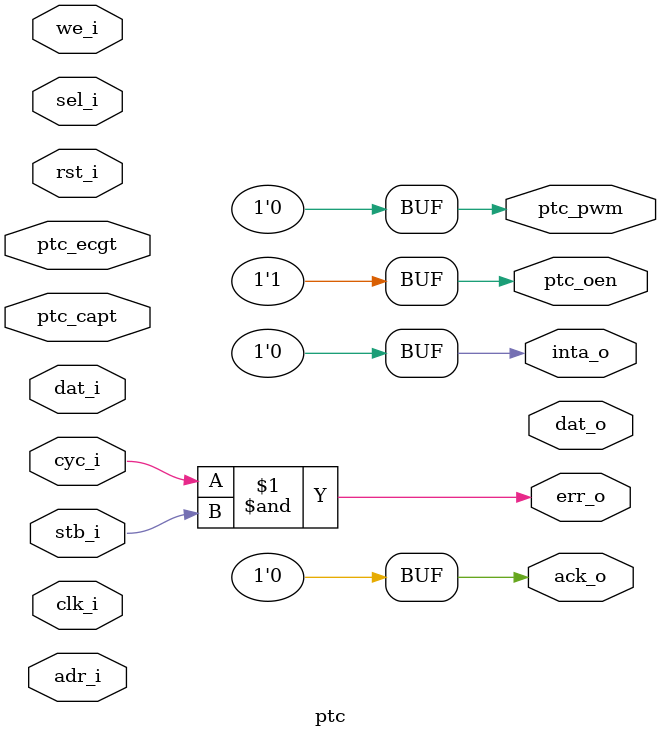
<source format=v>

`include "timescale.vh"
`include "defines.vh"

module ptc(
	// WISHBONE Interface
	clk_i, rst_i, cyc_i, adr_i, dat_i, sel_i, we_i, stb_i,
	dat_o, ack_o, err_o, inta_o,

	// External PTC Interface
	ptc_ecgt, ptc_capt, ptc_pwm, ptc_oen
);

parameter dw = 32;
parameter aw = 16;
parameter cw = 32;

//
// WISHBONE Interface
//
input			clk_i;	// Clock
input			rst_i;	// Reset
input			cyc_i;	// cycle valid input
input 	[aw-1:0]	adr_i;	// address bus inputs
input	[dw-1:0]	dat_i;	// input data bus
input	[3:0]		sel_i;	// byte select inputs
input			we_i;	// indicates write transfer
input			stb_i;	// strobe input
output	[dw-1:0]	dat_o;	// output data bus
output			ack_o;	// normal termination
output			err_o;	// termination w/ error
output			inta_o;	// Interrupt request output

//
// External PTC Interface
//
input		ptc_ecgt;	// EClk/Gate input
input		ptc_capt;	// Capture input
output		ptc_pwm;	// PWM output
output		ptc_oen;	// PWM output driver enable

`ifdef PTC_IMPLEMENTED

//
// PTC Main Counter Register (or no register)
//
`ifdef RPTC_CNTR
reg	[cw-1:0]	rptc_cntr;	// RPTC_CNTR register
`else
wire	[cw-1:0]	rptc_cntr;	// No RPTC_CNTR register
`endif

//
// PTC HI Reference/Capture Register (or no register)
//
`ifdef RPTC_HRC
reg	[cw-1:0]	rptc_hrc;	// RPTC_HRC register
`else
wire	[cw-1:0]	rptc_hrc;	// No RPTC_HRC register
`endif

//
// PTC LO Reference/Capture Register (or no register)
//
`ifdef RPTC_LRC
reg	[cw-1:0]	rptc_lrc;	// RPTC_LRC register
`else
wire	[cw-1:0]	rptc_lrc;	// No RPTC_LRC register
`endif

//
// PTC Control Register (or no register)
//
`ifdef RPTC_CTRL
reg	[8:0]		rptc_ctrl;	// RPTC_CTRL register
`else
wire	[8:0]		rptc_ctrl;	// No RPTC_CTRL register
`endif

//
// Internal wires & regs
//
wire			rptc_cntr_sel;	// RPTC_CNTR select
wire			rptc_hrc_sel;	// RPTC_HRC select
wire			rptc_lrc_sel;	// RPTC_LRC select
wire			rptc_ctrl_sel;	// RPTC_CTRL select
wire			hrc_match;	// RPTC_HRC matches RPTC_CNTR
wire			lrc_match;	// RPTC_LRC matches RPTC_CNTR
wire			restart;	// Restart counter when asserted
wire			stop;		// Stop counter when asserted
wire			cntr_clk;	// Counter clock
wire			cntr_rst;	// Counter reset
wire			hrc_clk;	// RPTC_HRC clock
wire			lrc_clk;	// RPTC_LRC clock
wire			eclk_gate;	// ptc_ecgt xored by RPTC_CTRL[NEC]
wire			gate;		// Gate function of ptc_ecgt
wire			pwm_rst;	// Reset of a PWM output
reg	[dw-1:0]	dat_o;		// Data out
reg			ptc_pwm;	// PWM output
reg			int;		// Interrupt reg
wire			int_match;	// Interrupt match

//
// All WISHBONE transfer terminations are successful
//
assign ack_o = cyc_i & stb_i;
assign err_o = 1'b0;

//
// Counter clock is selected by RPTC_CTRL[ECLK]. When it is set,
// external clock is used.
//
assign cntr_clk = rptc_ctrl[`RPTC_CTRL_ECLK] ? eclk_gate : clk_i;

//
// Counter reset
//
assign cntr_rst = rst_i | restart;

//
// HRC clock is selected by RPTC_CTRL[CAPTE]. When it is set,
// ptc_capt is used as a clock.
//
assign hrc_clk = rptc_ctrl[`RPTC_CTRL_CAPTE] ? ptc_capt : clk_i;

//
// LRC clock is selected by RPTC_CTRL[CAPTE]. When it is set,
// inverted ptc_capt is used as a clock.
//
assign lrc_clk = rptc_ctrl[`RPTC_CTRL_CAPTE] ? ~ptc_capt : clk_i;

//
// PWM output driver enable is inverted RPTC_CTRL[OE]
//
assign ptc_oen = ~rptc_ctrl[`RPTC_CTRL_OE];

//
// Use RPTC_CTRL[NEC]
//
assign eclk_gate = ptc_ecgt ^ rptc_ctrl[`RPTC_CTRL_NEC];

//
// Gate function is active when RPTC_CTRL[ECLK] is cleared
//
assign gate = eclk_gate & ~rptc_ctrl[`RPTC_CTRL_ECLK];

//
// PTC registers address decoder
//
assign rptc_cntr_sel = cyc_i & stb_i & (adr_i[`PTCOFS_BITS] == `RPTC_CNTR);
assign rptc_hrc_sel = cyc_i & stb_i & (adr_i[`PTCOFS_BITS] == `RPTC_HRC);
assign rptc_lrc_sel = cyc_i & stb_i & (adr_i[`PTCOFS_BITS] == `RPTC_LRC);
assign rptc_ctrl_sel = cyc_i & stb_i & (adr_i[`PTCOFS_BITS] == `RPTC_CTRL);

//
// Write to RPTC_CTRL or update of RPTC_CTRL[INT] bit
//
`ifdef RPTC_CTRL
always @(posedge clk_i or posedge rst_i)
	if (rst_i)
		rptc_ctrl <= #1 9'b0;
	else if (rptc_ctrl_sel && we_i)
		rptc_ctrl <= #1 dat_i[8:0];
	else if (rptc_ctrl[`RPTC_CTRL_INTE])
		rptc_ctrl[`RPTC_CTRL_INT] <= #1 rptc_ctrl[`RPTC_CTRL_INT] | int;
`else
assign rptc_ctrl = 9'h01;	// RPTC_CTRL[EN] = 1
`endif

//
// Write to RPTC_HRC
//
`ifdef RPTC_HRC
always @(posedge hrc_clk or posedge rst_i)
	if (rst_i)
		rptc_hrc <= #1 {cw{1'b0}};
	else if (rptc_hrc_sel && we_i)
		rptc_hrc <= #1 dat_i[cw-1:0];
	else if (rptc_ctrl[`RPTC_CTRL_CAPTE])
		rptc_hrc <= #1 rptc_cntr;
`else
assign rptc_hrc = cw'b0;	// RPTC_HRC = 0x0
`endif

//
// Write to RPTC_LRC
//
`ifdef RPTC_LRC
always @(posedge lrc_clk or posedge rst_i)
	if (rst_i)
		rptc_lrc <= #1 {cw{1'b0}};
	else if (rptc_lrc_sel && we_i)
		rptc_lrc <= #1 dat_i[cw-1:0];
	else if (rptc_ctrl[`RPTC_CTRL_CAPTE])
		rptc_lrc <= #1 rptc_cntr;
`else
assign rptc_lrc = {cw1{'b0}};	// RPTC_LRC = 0x0
`endif

//
// Write to or increment of RPTC_CNTR
//
`ifdef RPTC_CNTR
always @(posedge cntr_clk or posedge cntr_rst)
	if (cntr_rst)
		rptc_cntr <= #1 {cw{1'b0}};
	else if (rptc_cntr_sel && we_i)
		rptc_cntr <= #1 dat_i[cw-1:0];
	else if (!stop && rptc_ctrl[`RPTC_CTRL_EN] && !gate)
		rptc_cntr <= #1 rptc_cntr + 1;
`else
assign rptc_cntr = {cw{1'b0}};
`endif

//
// Read PTC registers
//
always @(adr_i or rptc_hrc or rptc_lrc or rptc_ctrl or rptc_cntr)
	case (adr_i[`PTCOFS_BITS])	// synopsys full_case parallel_case
`ifdef PTC_READREGS
		`RPTC_HRC: dat_o[cw-1:0] <= rptc_hrc;
		`RPTC_LRC: dat_o[cw-1:0] <= rptc_lrc;
		`RPTC_CTRL: dat_o[cw-1:0] <= rptc_ctrl;
`endif
		default: dat_o[cw-1:0] <= rptc_cntr;
	endcase

//
// A match when RPTC_HRC is equal to RPTC_CNTR
//
assign hrc_match = rptc_ctrl[`RPTC_CTRL_EN] & (rptc_cntr == rptc_hrc);

//
// A match when RPTC_LRC is equal to RPTC_CNTR
//
assign lrc_match = rptc_ctrl[`RPTC_CTRL_EN] & (rptc_cntr == rptc_lrc);

//
// Restart counter when lrc_match asserted and RPTC_CTRL[SINGLE] cleared
// or when RPTC_CTRL[CNTRRST] is set
//
assign restart = lrc_match & ~rptc_ctrl[`RPTC_CTRL_SINGLE]
	| rptc_ctrl[`RPTC_CTRL_CNTRRST];

//
// Stop counter when lrc_match and RPTC_CTRL[SINGLE] both asserted
//
assign stop = lrc_match & rptc_ctrl[`RPTC_CTRL_SINGLE];

//
// PWM reset when lrc_match or system reset
//
assign pwm_rst = lrc_match | rst_i;

//
// PWM output
//
always @(posedge pwm_rst or posedge hrc_match)
	if (pwm_rst)
		ptc_pwm <= #1 1'b0;
	else if (hrc_match)
		ptc_pwm <= #1 1'b1;

//
// Generate an interrupt request
//
assign int_match = (lrc_match | hrc_match) & rptc_ctrl[`RPTC_CTRL_INTE];

// Register interrupt request
always @(posedge int_match or posedge clk_i)
	if (int_match)
		int <= #1 1'b1;
	else
		int <= #1 1'b0;

//
// Alias
//
assign inta_o = rptc_ctrl[`RPTC_CTRL_INT];

`else

//
// When PTC is not implemented, drive all outputs as would when RPTC_CTRL
// is cleared and WISHBONE transfers complete with errors
//
assign inta_o = 1'b0;
assign ack_o = 1'b0;
assign err_o = cyc_i & stb_i;
assign ptc_pwm = 1'b0;
assign ptc_oen = 1'b1;

//
// Read PTC registers
//
`ifdef PTC_READREGS
assign dat_o = {dw{1'b0}};
`endif

`endif

endmodule

</source>
